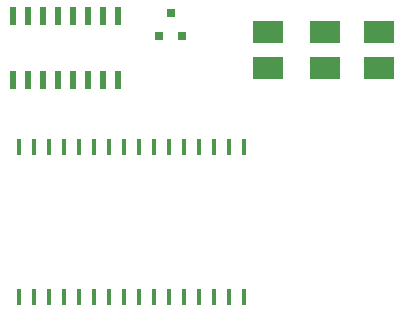
<source format=gbp>
%FSLAX46Y46*%
G04 Gerber Fmt 4.6, Leading zero omitted, Abs format (unit mm)*
G04 Created by KiCad (PCBNEW (2014-10-27 BZR 5228)-product) date 5/6/2015 10:21:37 PM*
%MOMM*%
G01*
G04 APERTURE LIST*
%ADD10C,0.100000*%
%ADD11R,0.800100X0.800100*%
%ADD12R,0.406400X1.397000*%
%ADD13R,0.600000X1.500000*%
%ADD14R,2.499360X1.950720*%
G04 APERTURE END LIST*
D10*
D11*
X25842000Y-4302760D03*
X23942000Y-4302760D03*
X24892000Y-2303780D03*
D12*
X31115000Y-26416000D03*
X29845000Y-26416000D03*
X28575000Y-26416000D03*
X27305000Y-26416000D03*
X26035000Y-26416000D03*
X24765000Y-26416000D03*
X23495000Y-26416000D03*
X22225000Y-26416000D03*
X20955000Y-26416000D03*
X19685000Y-26416000D03*
X18415000Y-26416000D03*
X17145000Y-26416000D03*
X15875000Y-26416000D03*
X14605000Y-26416000D03*
X13335000Y-26416000D03*
X12065000Y-26416000D03*
X31115000Y-13716000D03*
X29845000Y-13716000D03*
X28575000Y-13716000D03*
X27305000Y-13716000D03*
X26035000Y-13716000D03*
X24765000Y-13716000D03*
X23495000Y-13716000D03*
X22225000Y-13716000D03*
X20955000Y-13716000D03*
X19685000Y-13716000D03*
X18415000Y-13716000D03*
X17145000Y-13716000D03*
X15875000Y-13716000D03*
X14605000Y-13716000D03*
X13335000Y-13716000D03*
X12065000Y-13716000D03*
D13*
X20447000Y-8034000D03*
X19177000Y-8034000D03*
X17907000Y-8034000D03*
X16637000Y-8034000D03*
X15367000Y-8034000D03*
X14097000Y-8034000D03*
X12827000Y-8034000D03*
X11557000Y-8034000D03*
X11557000Y-2634000D03*
X12827000Y-2634000D03*
X14097000Y-2634000D03*
X15367000Y-2634000D03*
X16637000Y-2634000D03*
X17907000Y-2634000D03*
X19177000Y-2634000D03*
X20447000Y-2634000D03*
D14*
X33147000Y-6985000D03*
X33147000Y-3937000D03*
X37973000Y-6985000D03*
X37973000Y-3937000D03*
X42545000Y-6985000D03*
X42545000Y-3937000D03*
M02*

</source>
